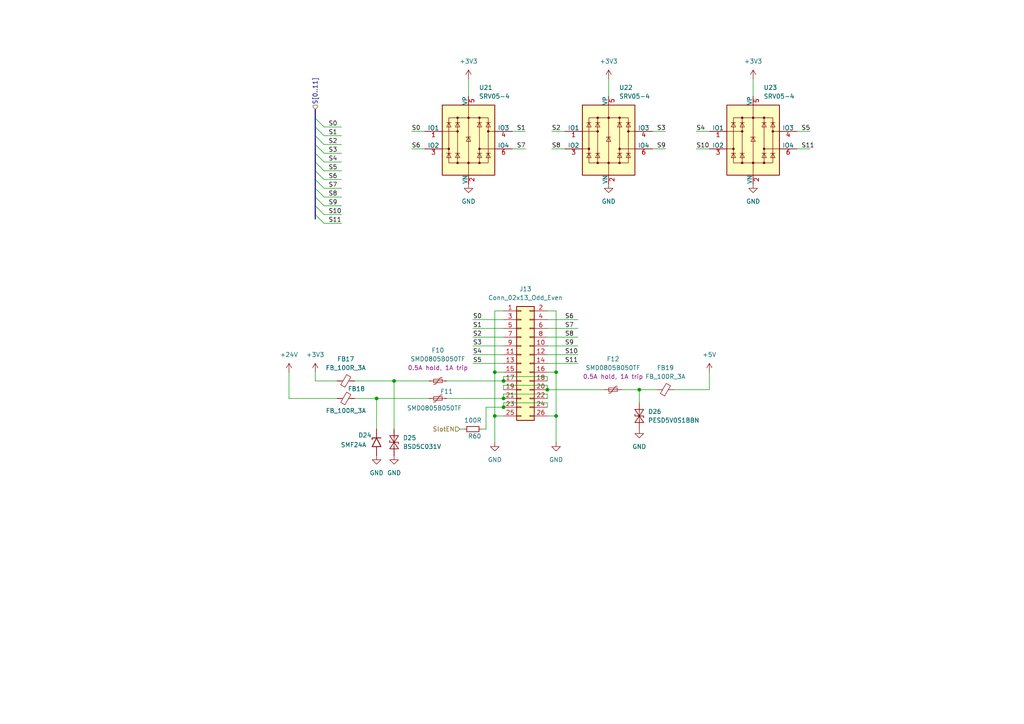
<source format=kicad_sch>
(kicad_sch (version 20231120) (generator "eeschema") (generator_version "8.0")
  (paper "A4")
  (title_block (title "${PROJECTNAME}") (date "2024-08-25") (rev "${VERSION}") (company "R. Veips"))
  (lib_symbols
    (symbol "Connector_Generic:Conn_02x13_Odd_Even" (pin_names (offset 1.016) hide)
      (property "Reference" "J" (at 1.27 17.78 0))
      (property "Value" "Conn_02x13_Odd_Even" (at 1.27 -17.78 0))
      (symbol "Conn_02x13_Odd_Even_1_1"
        (rectangle (start -1.27 -15.113) (end 0 -15.367) (stroke (width 0.1524)))
        (rectangle (start -1.27 -12.573) (end 0 -12.827) (stroke (width 0.1524)))
        (rectangle (start -1.27 -10.033) (end 0 -10.287) (stroke (width 0.1524)))
        (rectangle (start -1.27 -7.493) (end 0 -7.747) (stroke (width 0.1524)))
        (rectangle (start -1.27 -4.953) (end 0 -5.207) (stroke (width 0.1524)))
        (rectangle (start -1.27 -2.413) (end 0 -2.667) (stroke (width 0.1524)))
        (rectangle (start -1.27 0.127) (end 0 -0.127) (stroke (width 0.1524)))
        (rectangle (start -1.27 2.667) (end 0 2.413) (stroke (width 0.1524)))
        (rectangle (start -1.27 5.207) (end 0 4.953) (stroke (width 0.1524)))
        (rectangle (start -1.27 7.747) (end 0 7.493) (stroke (width 0.1524)))
        (rectangle (start -1.27 10.287) (end 0 10.033) (stroke (width 0.1524)))
        (rectangle (start -1.27 12.827) (end 0 12.573) (stroke (width 0.1524)))
        (rectangle (start -1.27 15.367) (end 0 15.113) (stroke (width 0.1524)))
        (rectangle (start -1.27 16.51) (end 3.81 -16.51) (stroke (width 0.254)) (fill (type background)))
        (rectangle (start 3.81 -15.113) (end 2.54 -15.367) (stroke (width 0.1524)))
        (rectangle (start 3.81 -12.573) (end 2.54 -12.827) (stroke (width 0.1524)))
        (rectangle (start 3.81 -10.033) (end 2.54 -10.287) (stroke (width 0.1524)))
        (rectangle (start 3.81 -7.493) (end 2.54 -7.747) (stroke (width 0.1524)))
        (rectangle (start 3.81 -4.953) (end 2.54 -5.207) (stroke (width 0.1524)))
        (rectangle (start 3.81 -2.413) (end 2.54 -2.667) (stroke (width 0.1524)))
        (rectangle (start 3.81 0.127) (end 2.54 -0.127) (stroke (width 0.1524)))
        (rectangle (start 3.81 2.667) (end 2.54 2.413) (stroke (width 0.1524)))
        (rectangle (start 3.81 5.207) (end 2.54 4.953) (stroke (width 0.1524)))
        (rectangle (start 3.81 7.747) (end 2.54 7.493) (stroke (width 0.1524)))
        (rectangle (start 3.81 10.287) (end 2.54 10.033) (stroke (width 0.1524)))
        (rectangle (start 3.81 12.827) (end 2.54 12.573) (stroke (width 0.1524)))
        (rectangle (start 3.81 15.367) (end 2.54 15.113) (stroke (width 0.1524)))
        (pin passive line (at -5.08 15.24 0) (length 3.81) (name "Pin_1") (number "1"))
        (pin passive line (at 7.62 5.08 180) (length 3.81) (name "Pin_10") (number "10"))
        (pin passive line (at -5.08 2.54 0) (length 3.81) (name "Pin_11") (number "11"))
        (pin passive line (at 7.62 2.54 180) (length 3.81) (name "Pin_12") (number "12"))
        (pin passive line (at -5.08 0 0) (length 3.81) (name "Pin_13") (number "13"))
        (pin passive line (at 7.62 0 180) (length 3.81) (name "Pin_14") (number "14"))
        (pin passive line (at -5.08 -2.54 0) (length 3.81) (name "Pin_15") (number "15"))
        (pin passive line (at 7.62 -2.54 180) (length 3.81) (name "Pin_16") (number "16"))
        (pin passive line (at -5.08 -5.08 0) (length 3.81) (name "Pin_17") (number "17"))
        (pin passive line (at 7.62 -5.08 180) (length 3.81) (name "Pin_18") (number "18"))
        (pin passive line (at -5.08 -7.62 0) (length 3.81) (name "Pin_19") (number "19"))
        (pin passive line (at 7.62 15.24 180) (length 3.81) (name "Pin_2") (number "2"))
        (pin passive line (at 7.62 -7.62 180) (length 3.81) (name "Pin_20") (number "20"))
        (pin passive line (at -5.08 -10.16 0) (length 3.81) (name "Pin_21") (number "21"))
        (pin passive line (at 7.62 -10.16 180) (length 3.81) (name "Pin_22") (number "22"))
        (pin passive line (at -5.08 -12.7 0) (length 3.81) (name "Pin_23") (number "23"))
        (pin passive line (at 7.62 -12.7 180) (length 3.81) (name "Pin_24") (number "24"))
        (pin passive line (at -5.08 -15.24 0) (length 3.81) (name "Pin_25") (number "25"))
        (pin passive line (at 7.62 -15.24 180) (length 3.81) (name "Pin_26") (number "26"))
        (pin passive line (at -5.08 12.7 0) (length 3.81) (name "Pin_3") (number "3"))
        (pin passive line (at 7.62 12.7 180) (length 3.81) (name "Pin_4") (number "4"))
        (pin passive line (at -5.08 10.16 0) (length 3.81) (name "Pin_5") (number "5"))
        (pin passive line (at 7.62 10.16 180) (length 3.81) (name "Pin_6") (number "6"))
        (pin passive line (at -5.08 7.62 0) (length 3.81) (name "Pin_7") (number "7"))
        (pin passive line (at 7.62 7.62 180) (length 3.81) (name "Pin_8") (number "8"))
        (pin passive line (at -5.08 5.08 0) (length 3.81) (name "Pin_9") (number "9"))
      )
    )
    (symbol "Device:R_Small" (pin_numbers hide) (pin_names (offset 0.254) hide)
      (property "Reference" "R" (at 0.762 0.508 0))
      (property "Value" "R_Small" (at 0.762 -1.016 0))
      (symbol "R_Small_0_1"
        (rectangle (start -0.762 1.778) (end 0.762 -1.778) (stroke (width 0.2032)))
      )
      (symbol "R_Small_1_1"
        (pin passive line (at 0 2.54 270) (length 0.762) (name "~") (number "1"))
        (pin passive line (at 0 -2.54 90) (length 0.762) (name "~") (number "2"))
      )
    )
    (symbol "hadv-passives:FB_100R_3A" (pin_numbers hide) (pin_names (offset 0))
      (property "Reference" "FB" (at 1.905 1.27 0))
      (property "Value" "FB_100R_3A" (at 1.905 -1.27 0))
      (symbol "FB_100R_3A_0_1"
        (polyline (pts (xy 0 -1.27) (xy 0 -0.7874)))
        (polyline (pts (xy 0 0.889) (xy 0 1.2954)))
        (polyline (pts (xy -1.8288 0.2794) (xy -1.1176 1.4986) (xy 1.8288 -0.2032) (xy 1.1176 -1.4224) (xy -1.8288 0.2794)))
      )
      (symbol "FB_100R_3A_1_1"
        (pin passive line (at 0 2.54 270) (length 1.27) (name "~") (number "1"))
        (pin passive line (at 0 -2.54 90) (length 1.27) (name "~") (number "2"))
      )
    )
    (symbol "hadv-protection:BSD5C031V" (pin_numbers hide) (pin_names (offset 1.016) hide)
      (property "Reference" "D" (at 0 2.54 0))
      (property "Value" "BSD5C031V" (at 0 -2.54 0))
      (symbol "BSD5C031V_0_1"
        (polyline (pts (xy 1.27 0) (xy -1.27 0)))
        (polyline (pts (xy -1.905 -1.27) (xy 0 0) (xy -1.905 1.27) (xy -1.905 -1.27)) (stroke (width 0.2032)))
        (polyline (pts (xy 0.508 1.27) (xy 0 1.27) (xy 0 -1.27) (xy -0.508 -1.27)) (stroke (width 0.2032)))
        (polyline (pts (xy 1.905 1.27) (xy 1.905 -1.27) (xy 0 0) (xy 1.905 1.27)) (stroke (width 0.2032)))
      )
      (symbol "BSD5C031V_1_1"
        (pin passive line (at -3.81 0 0) (length 2.54) (name "A1") (number "1"))
        (pin passive line (at 3.81 0 180) (length 2.54) (name "A2") (number "2"))
      )
    )
    (symbol "hadv-protection:PESD5V0S1BBN" (pin_numbers hide) (pin_names (offset 1.016) hide)
      (property "Reference" "D" (at 0 2.54 0))
      (property "Value" "PESD5V0S1BBN" (at 0 -2.54 0))
      (symbol "PESD5V0S1BBN_0_1"
        (polyline (pts (xy 1.27 0) (xy -1.27 0)))
        (polyline (pts (xy -1.905 -1.27) (xy 0 0) (xy -1.905 1.27) (xy -1.905 -1.27)) (stroke (width 0.2032)))
        (polyline (pts (xy 0.508 1.27) (xy 0 1.27) (xy 0 -1.27) (xy -0.508 -1.27)) (stroke (width 0.2032)))
        (polyline (pts (xy 1.905 1.27) (xy 1.905 -1.27) (xy 0 0) (xy 1.905 1.27)) (stroke (width 0.2032)))
      )
      (symbol "PESD5V0S1BBN_1_1"
        (pin passive line (at -3.81 0 0) (length 2.54) (name "A1") (number "1"))
        (pin passive line (at 3.81 0 180) (length 2.54) (name "A2") (number "2"))
      )
    )
    (symbol "hadv-protection:SMD0805B050TF" (pin_numbers hide) (pin_names (offset 0))
      (property "Reference" "F" (at -1.905 0 90))
      (property "Value" "SMD0805B050TF" (at 1.905 0 90))
      (property "Note" "0.5A hold, 1A trip" (at 11.176 -2.286 0))
      (symbol "SMD0805B050TF_0_1"
        (rectangle (start -0.508 1.27) (end 0.508 -1.27))
        (polyline (pts (xy 0 2.54) (xy 0 -2.54)))
        (polyline (pts (xy -1.016 1.27) (xy -1.016 0.762) (xy 1.016 -0.762) (xy 1.016 -1.27)))
      )
      (symbol "SMD0805B050TF_1_1"
        (pin passive line (at 0 2.54 270) (length 0.635) (name "~") (number "1"))
        (pin passive line (at 0 -2.54 90) (length 0.635) (name "~") (number "2"))
      )
    )
    (symbol "hadv-protection:SMF24A" (pin_numbers hide) (pin_names (offset 1.016) hide)
      (property "Reference" "D" (at 0 2.54 0))
      (property "Value" "SMF24A" (at 0 -2.54 0))
      (symbol "SMF24A_0_1"
        (polyline (pts (xy -0.762 1.27) (xy -1.27 1.27) (xy -1.27 -1.27)) (stroke (width 0.254)))
        (polyline (pts (xy 1.27 1.27) (xy 1.27 -1.27) (xy -1.27 0) (xy 1.27 1.27)) (stroke (width 0.254)))
      )
      (symbol "SMF24A_1_1"
        (pin passive line (at -3.81 0 0) (length 2.54) (name "A1") (number "1"))
        (pin passive line (at 3.81 0 180) (length 2.54) (name "A2") (number "2"))
      )
    )
    (symbol "hadv-protection:SRV05-4" (pin_names (offset 0))
      (property "Reference" "U" (at -5.08 11.43 0))
      (property "Value" "SRV05-4" (at 2.54 11.43 0))
      (symbol "SRV05-4_0_0"
        (rectangle (start -5.715 6.477) (end 5.715 -6.604))
        (polyline (pts (xy -3.175 -6.604) (xy -3.175 6.477)))
        (polyline (pts (xy 3.175 6.477) (xy 3.175 -6.604)))
      )
      (symbol "SRV05-4_0_1"
        (rectangle (start -7.62 10.16) (end 7.62 -10.16) (stroke (width 0.254)) (fill (type background)))
        (circle (center -5.715 -2.54) (radius 0.2794) (fill (type outline)))
        (circle (center -3.175 -6.604) (radius 0.2794) (fill (type outline)))
        (circle (center -3.175 2.54) (radius 0.2794) (fill (type outline)))
        (circle (center -3.175 6.477) (radius 0.2794) (fill (type outline)))
        (circle (center 0 -6.604) (radius 0.2794) (fill (type outline)))
        (polyline (pts (xy -7.747 2.54) (xy -3.175 2.54)))
        (polyline (pts (xy -7.62 -2.54) (xy -5.715 -2.54)))
        (polyline (pts (xy -5.08 -3.81) (xy -6.35 -3.81)))
        (polyline (pts (xy -5.08 5.08) (xy -6.35 5.08)))
        (polyline (pts (xy -2.54 -3.81) (xy -3.81 -3.81)))
        (polyline (pts (xy -2.54 5.08) (xy -3.81 5.08)))
        (polyline (pts (xy 0 10.16) (xy 0 -10.16)))
        (polyline (pts (xy 3.81 -3.81) (xy 2.54 -3.81)))
        (polyline (pts (xy 3.81 5.08) (xy 2.54 5.08)))
        (polyline (pts (xy 6.35 -3.81) (xy 5.08 -3.81)))
        (polyline (pts (xy 6.35 5.08) (xy 5.08 5.08)))
        (polyline (pts (xy 7.62 -2.54) (xy 3.175 -2.54)))
        (polyline (pts (xy 7.62 2.54) (xy 5.715 2.54)))
        (polyline (pts (xy 0.635 0.889) (xy -0.635 0.889) (xy -0.635 0.635)))
        (polyline (pts (xy -5.08 -5.08) (xy -6.35 -5.08) (xy -5.715 -3.81) (xy -5.08 -5.08)))
        (polyline (pts (xy -5.08 3.81) (xy -6.35 3.81) (xy -5.715 5.08) (xy -5.08 3.81)))
        (polyline (pts (xy -2.54 -5.08) (xy -3.81 -5.08) (xy -3.175 -3.81) (xy -2.54 -5.08)))
        (polyline (pts (xy -2.54 3.81) (xy -3.81 3.81) (xy -3.175 5.08) (xy -2.54 3.81)))
        (polyline (pts (xy 0.635 -0.381) (xy -0.635 -0.381) (xy 0 0.889) (xy 0.635 -0.381)))
        (polyline (pts (xy 3.81 -5.08) (xy 2.54 -5.08) (xy 3.175 -3.81) (xy 3.81 -5.08)))
        (polyline (pts (xy 3.81 3.81) (xy 2.54 3.81) (xy 3.175 5.08) (xy 3.81 3.81)))
        (polyline (pts (xy 6.35 -5.08) (xy 5.08 -5.08) (xy 5.715 -3.81) (xy 6.35 -5.08)))
        (polyline (pts (xy 6.35 3.81) (xy 5.08 3.81) (xy 5.715 5.08) (xy 6.35 3.81)))
        (circle (center 0 6.477) (radius 0.2794) (fill (type outline)))
        (circle (center 3.175 -6.604) (radius 0.2794) (fill (type outline)))
        (circle (center 3.175 -2.54) (radius 0.2794) (fill (type outline)))
        (circle (center 3.175 6.477) (radius 0.2794) (fill (type outline)))
        (circle (center 5.715 2.54) (radius 0.2794) (fill (type outline)))
      )
      (symbol "SRV05-4_1_1"
        (pin passive line (at -12.7 2.54 0) (length 5.08) (name "IO1") (number "1"))
        (pin passive line (at 0 -12.7 90) (length 2.54) (name "VN") (number "2"))
        (pin passive line (at -12.7 -2.54 0) (length 5.08) (name "IO2") (number "3"))
        (pin passive line (at 12.7 2.54 180) (length 5.08) (name "IO3") (number "4"))
        (pin passive line (at 0 12.7 270) (length 2.54) (name "VP") (number "5"))
        (pin passive line (at 12.7 -2.54 180) (length 5.08) (name "IO4") (number "6"))
      )
    )
    (symbol "power:+24V" (power) (pin_numbers hide) (pin_names (offset 0) hide)
      (property "Value" "+24V" (at 0 3.556 0))
      (symbol "+24V_0_1"
        (polyline (pts (xy -0.762 1.27) (xy 0 2.54)))
        (polyline (pts (xy 0 0) (xy 0 2.54)))
        (polyline (pts (xy 0 2.54) (xy 0.762 1.27)))
      )
      (symbol "+24V_1_1"
        (pin power_in line (at 0 0 90) (length 0) (name "~") (number "1"))
      )
    )
    (symbol "power:+3V3" (power) (pin_numbers hide) (pin_names (offset 0) hide)
      (property "Value" "+3V3" (at 0 3.556 0))
      (symbol "+3V3_0_1"
        (polyline (pts (xy -0.762 1.27) (xy 0 2.54)))
        (polyline (pts (xy 0 0) (xy 0 2.54)))
        (polyline (pts (xy 0 2.54) (xy 0.762 1.27)))
      )
      (symbol "+3V3_1_1"
        (pin power_in line (at 0 0 90) (length 0) (name "~") (number "1"))
      )
    )
    (symbol "power:+5V" (power) (pin_numbers hide) (pin_names (offset 0) hide)
      (property "Value" "+5V" (at 0 3.556 0))
      (symbol "+5V_0_1"
        (polyline (pts (xy -0.762 1.27) (xy 0 2.54)))
        (polyline (pts (xy 0 0) (xy 0 2.54)))
        (polyline (pts (xy 0 2.54) (xy 0.762 1.27)))
      )
      (symbol "+5V_1_1"
        (pin power_in line (at 0 0 90) (length 0) (name "~") (number "1"))
      )
    )
    (symbol "power:GND" (power) (pin_numbers hide) (pin_names (offset 0) hide)
      (property "Value" "GND" (at 0 -3.81 0))
      (symbol "GND_0_1"
        (polyline (pts (xy 0 0) (xy 0 -1.27) (xy 1.27 -1.27) (xy 0 -2.54) (xy -1.27 -1.27) (xy 0 -1.27)))
      )
      (symbol "GND_1_1"
        (pin power_in line (at 0 0 270) (length 0) (name "~") (number "1"))
      )
    )
  )
  (junction (at 146.05 118.11))
  (junction (at 185.42 113.03))
  (junction (at 146.05 110.49))
  (junction (at 161.29 107.95))
  (junction (at 158.75 113.03))
  (junction (at 146.05 115.57))
  (junction (at 143.51 120.65))
  (junction (at 109.22 115.57))
  (junction (at 114.3 110.49))
  (junction (at 143.51 107.95))
  (junction (at 161.29 120.65))
  (bus_entry (at 91.44 52.07) (size 2.54 2.54))
  (bus_entry (at 91.44 46.99) (size 2.54 2.54))
  (bus_entry (at 91.44 41.91) (size 2.54 2.54))
  (bus_entry (at 91.44 36.83) (size 2.54 2.54))
  (bus_entry (at 91.44 57.15) (size 2.54 2.54))
  (bus_entry (at 91.44 49.53) (size 2.54 2.54))
  (bus_entry (at 91.44 44.45) (size 2.54 2.54))
  (bus_entry (at 91.44 59.69) (size 2.54 2.54))
  (bus_entry (at 91.44 39.37) (size 2.54 2.54))
  (bus_entry (at 91.44 54.61) (size 2.54 2.54))
  (bus_entry (at 91.44 62.23) (size 2.54 2.54))
  (bus_entry (at 91.44 34.29) (size 2.54 2.54))
  (wire (pts (xy 102.87 115.57) (xy 109.22 115.57)))
  (wire (pts (xy 161.29 90.17) (xy 158.75 90.17)))
  (wire (pts (xy 231.14 43.18) (xy 234.95 43.18)))
  (wire (pts (xy 109.22 115.57) (xy 109.22 124.46)))
  (wire (pts (xy 158.75 114.3) (xy 146.05 114.3)))
  (wire (pts (xy 93.98 54.61) (xy 99.06 54.61)))
  (wire (pts (xy 205.74 107.95) (xy 205.74 113.03)))
  (bus (pts (xy 91.44 34.29) (xy 91.44 36.83)))
  (wire (pts (xy 93.98 41.91) (xy 99.06 41.91)))
  (wire (pts (xy 93.98 62.23) (xy 99.06 62.23)))
  (wire (pts (xy 143.51 107.95) (xy 146.05 107.95)))
  (wire (pts (xy 93.98 49.53) (xy 99.06 49.53)))
  (wire (pts (xy 114.3 110.49) (xy 124.46 110.49)))
  (wire (pts (xy 158.75 118.11) (xy 158.75 116.84)))
  (wire (pts (xy 185.42 113.03) (xy 185.42 116.84)))
  (bus (pts (xy 91.44 54.61) (xy 91.44 57.15)))
  (wire (pts (xy 158.75 113.03) (xy 175.26 113.03)))
  (wire (pts (xy 139.7 124.46) (xy 140.97 124.46)))
  (wire (pts (xy 158.75 100.33) (xy 167.64 100.33)))
  (wire (pts (xy 146.05 109.22) (xy 158.75 109.22)))
  (wire (pts (xy 102.87 110.49) (xy 114.3 110.49)))
  (wire (pts (xy 185.42 113.03) (xy 180.34 113.03)))
  (wire (pts (xy 146.05 116.84) (xy 146.05 118.11)))
  (wire (pts (xy 158.75 107.95) (xy 161.29 107.95)))
  (bus (pts (xy 91.44 41.91) (xy 91.44 44.45)))
  (wire (pts (xy 143.51 107.95) (xy 143.51 120.65)))
  (wire (pts (xy 109.22 115.57) (xy 124.46 115.57)))
  (wire (pts (xy 160.02 43.18) (xy 163.83 43.18)))
  (wire (pts (xy 143.51 90.17) (xy 146.05 90.17)))
  (wire (pts (xy 137.16 105.41) (xy 146.05 105.41)))
  (bus (pts (xy 91.44 62.23) (xy 91.44 63.5)))
  (wire (pts (xy 137.16 100.33) (xy 146.05 100.33)))
  (wire (pts (xy 129.54 110.49) (xy 146.05 110.49)))
  (wire (pts (xy 83.82 107.95) (xy 83.82 115.57)))
  (wire (pts (xy 137.16 102.87) (xy 146.05 102.87)))
  (wire (pts (xy 93.98 64.77) (xy 99.06 64.77)))
  (wire (pts (xy 140.97 118.11) (xy 140.97 124.46)))
  (wire (pts (xy 93.98 36.83) (xy 99.06 36.83)))
  (wire (pts (xy 148.59 38.1) (xy 152.4 38.1)))
  (wire (pts (xy 137.16 92.71) (xy 146.05 92.71)))
  (wire (pts (xy 158.75 102.87) (xy 167.64 102.87)))
  (wire (pts (xy 201.93 43.18) (xy 205.74 43.18)))
  (bus (pts (xy 91.44 57.15) (xy 91.44 59.69)))
  (bus (pts (xy 91.44 46.99) (xy 91.44 49.53)))
  (wire (pts (xy 158.75 97.79) (xy 167.64 97.79)))
  (wire (pts (xy 119.38 38.1) (xy 123.19 38.1)))
  (wire (pts (xy 158.75 95.25) (xy 167.64 95.25)))
  (wire (pts (xy 158.75 113.03) (xy 158.75 111.76)))
  (wire (pts (xy 133.35 124.46) (xy 134.62 124.46)))
  (wire (pts (xy 143.51 120.65) (xy 146.05 120.65)))
  (wire (pts (xy 146.05 109.22) (xy 146.05 110.49)))
  (wire (pts (xy 189.23 43.18) (xy 193.04 43.18)))
  (wire (pts (xy 143.51 120.65) (xy 143.51 128.27)))
  (wire (pts (xy 189.23 38.1) (xy 193.04 38.1)))
  (wire (pts (xy 137.16 97.79) (xy 146.05 97.79)))
  (bus (pts (xy 91.44 49.53) (xy 91.44 52.07)))
  (wire (pts (xy 201.93 38.1) (xy 205.74 38.1)))
  (wire (pts (xy 146.05 111.76) (xy 146.05 113.03)))
  (wire (pts (xy 93.98 39.37) (xy 99.06 39.37)))
  (bus (pts (xy 91.44 39.37) (xy 91.44 41.91)))
  (wire (pts (xy 218.44 22.86) (xy 218.44 27.94)))
  (wire (pts (xy 97.79 110.49) (xy 91.44 110.49)))
  (wire (pts (xy 146.05 114.3) (xy 146.05 115.57)))
  (wire (pts (xy 161.29 90.17) (xy 161.29 107.95)))
  (wire (pts (xy 135.89 22.86) (xy 135.89 27.94)))
  (bus (pts (xy 91.44 44.45) (xy 91.44 46.99)))
  (wire (pts (xy 91.44 107.95) (xy 91.44 110.49)))
  (wire (pts (xy 93.98 52.07) (xy 99.06 52.07)))
  (wire (pts (xy 158.75 105.41) (xy 167.64 105.41)))
  (wire (pts (xy 195.58 113.03) (xy 205.74 113.03)))
  (wire (pts (xy 83.82 115.57) (xy 97.79 115.57)))
  (wire (pts (xy 161.29 120.65) (xy 161.29 128.27)))
  (bus (pts (xy 91.44 59.69) (xy 91.44 62.23)))
  (wire (pts (xy 160.02 38.1) (xy 163.83 38.1)))
  (wire (pts (xy 114.3 110.49) (xy 114.3 124.46)))
  (bus (pts (xy 91.44 52.07) (xy 91.44 54.61)))
  (wire (pts (xy 148.59 43.18) (xy 152.4 43.18)))
  (wire (pts (xy 93.98 57.15) (xy 99.06 57.15)))
  (wire (pts (xy 119.38 43.18) (xy 123.19 43.18)))
  (wire (pts (xy 93.98 46.99) (xy 99.06 46.99)))
  (wire (pts (xy 231.14 38.1) (xy 234.95 38.1)))
  (wire (pts (xy 146.05 118.11) (xy 140.97 118.11)))
  (wire (pts (xy 129.54 115.57) (xy 146.05 115.57)))
  (wire (pts (xy 158.75 109.22) (xy 158.75 110.49)))
  (wire (pts (xy 137.16 95.25) (xy 146.05 95.25)))
  (wire (pts (xy 158.75 115.57) (xy 158.75 114.3)))
  (bus (pts (xy 91.44 36.83) (xy 91.44 39.37)))
  (wire (pts (xy 176.53 22.86) (xy 176.53 27.94)))
  (wire (pts (xy 190.5 113.03) (xy 185.42 113.03)))
  (wire (pts (xy 158.75 120.65) (xy 161.29 120.65)))
  (bus (pts (xy 91.44 31.75) (xy 91.44 34.29)))
  (wire (pts (xy 93.98 44.45) (xy 99.06 44.45)))
  (wire (pts (xy 161.29 107.95) (xy 161.29 120.65)))
  (wire (pts (xy 158.75 111.76) (xy 146.05 111.76)))
  (wire (pts (xy 158.75 92.71) (xy 167.64 92.71)))
  (wire (pts (xy 158.75 116.84) (xy 146.05 116.84)))
  (wire (pts (xy 93.98 59.69) (xy 99.06 59.69)))
  (wire (pts (xy 143.51 90.17) (xy 143.51 107.95)))
  (label "S7" (at 149.86 43.18 0))
  (label "S5" (at 137.16 105.41 0))
  (label "S6" (at 119.38 43.18 0))
  (label "S3" (at 95.25 44.45 0))
  (label "S4" (at 137.16 102.87 0))
  (label "S4" (at 201.93 38.1 0))
  (label "S10" (at 95.25 62.23 0))
  (label "S1" (at 95.25 39.37 0))
  (label "S11" (at 163.83 105.41 0))
  (label "S0" (at 137.16 92.71 0))
  (label "S1" (at 137.16 95.25 0))
  (label "S8" (at 95.25 57.15 0))
  (label "S11" (at 232.41 43.18 0))
  (label "S6" (at 163.83 92.71 0))
  (label "S2" (at 160.02 38.1 0))
  (label "S8" (at 163.83 97.79 0))
  (label "S10" (at 163.83 102.87 0))
  (label "S2" (at 95.25 41.91 0))
  (label "S7" (at 95.25 54.61 0))
  (label "S3" (at 137.16 100.33 0))
  (label "S0" (at 119.38 38.1 0))
  (label "S5" (at 232.41 38.1 0))
  (label "S10" (at 201.93 43.18 0))
  (label "S6" (at 95.25 52.07 0))
  (label "S9" (at 190.5 43.18 0))
  (label "S4" (at 95.25 46.99 0))
  (label "S1" (at 149.86 38.1 0))
  (label "S11" (at 95.25 64.77 0))
  (label "S9" (at 95.25 59.69 0))
  (label "S2" (at 137.16 97.79 0))
  (label "S9" (at 163.83 100.33 0))
  (label "S0" (at 95.25 36.83 0))
  (label "S3" (at 190.5 38.1 0))
  (label "S8" (at 160.02 43.18 0))
  (label "S7" (at 163.83 95.25 0))
  (label "S5" (at 95.25 49.53 0))
  (hierarchical_label "SlotEN" (shape input) (at 133.35 124.46 180))
  (hierarchical_label "S[0..11]" (shape input) (at 91.44 31.75 90))
  (symbol (lib_id "power:GND") (at 161.29 128.27 0) (unit 1)
    (property "Reference" "#PWR0181" (effects (hide yes)))
    (property "Value" "GND" (at 161.29 133.35 0))
    (property "Description" "Power symbol creates a global label with name \"GND\" , ground" (effects (hide yes)))
    (instances (project "rioctrl-controller" (path "" (reference "#PWR0181") (unit 1)) (path "" (reference "#PWR0209") (unit 1)) (path "" (reference "#PWR0115") (unit 1)) (path "" (reference "#PWR0153") (unit 1)) (path "" (reference "#PWR0167") (unit 1)) (path "" (reference "#PWR0195") (unit 1))))
  )
  (symbol (lib_id "power:+3V3") (at 91.44 107.95 0) (unit 1)
    (property "Reference" "#PWR0175" (effects (hide yes)))
    (property "Value" "+3V3" (at 91.44 102.87 0))
    (property "Description" "Power symbol creates a global label with name \"+3V3\"" (effects (hide yes)))
    (instances (project "rioctrl-controller" (path "" (reference "#PWR0175") (unit 1)) (path "" (reference "#PWR0203") (unit 1)) (path "" (reference "#PWR0111") (unit 1)) (path "" (reference "#PWR0147") (unit 1)) (path "" (reference "#PWR0161") (unit 1)) (path "" (reference "#PWR0189") (unit 1))))
  )
  (symbol (lib_id "power:+3V3") (at 218.44 22.86 0) (unit 1)
    (property "Reference" "#PWR0186" (effects (hide yes)))
    (property "Value" "+3V3" (at 218.44 17.78 0))
    (property "Description" "Power symbol creates a global label with name \"+3V3\"" (effects (hide yes)))
    (instances (project "rioctrl-controller" (path "" (reference "#PWR0186") (unit 1)) (path "" (reference "#PWR0214") (unit 1)) (path "" (reference "#PWR0135") (unit 1)) (path "" (reference "#PWR0158") (unit 1)) (path "" (reference "#PWR0172") (unit 1)) (path "" (reference "#PWR0200") (unit 1))))
  )
  (symbol (lib_id "Device:R_Small") (at 137.16 124.46 90) (unit 1)
    (property "Reference" "R60" (at 137.668 126.492 90))
    (property "Value" "100R" (at 137.16 121.92 90))
    (property "Footprint" "Resistor_SMD:R_0603_1608Metric" (effects (hide yes)))
    (property "Description" "Resistor, small symbol" (effects (hide yes)))
    (property "LCSC#" "C105588" (effects (hide yes)))
    (instances (project "rioctrl-controller" (path "" (reference "R60") (unit 1)) (path "" (reference "R62") (unit 1)) (path "" (reference "R53") (unit 1)) (path "" (reference "R58") (unit 1)) (path "" (reference "R59") (unit 1)) (path "" (reference "R61") (unit 1))))
  )
  (symbol (lib_id "hadv-passives:FB_100R_3A") (at 100.33 110.49 90) (unit 1)
    (property "Reference" "FB17" (at 100.2919 104.14 90))
    (property "Value" "FB_100R_3A" (at 100.2919 106.68 90))
    (property "Footprint" "Inductor_SMD:L_0603_1608Metric" (effects (hide yes)))
    (property "Description" "Ferrite bead, small symbol" (effects (hide yes)))
    (property "MPN" "UPZ1608E101-3R0TF" (effects (hide yes)))
    (property "Manufacturer" "Sunlord" (effects (hide yes)))
    (property "LCSC#" "C96995" (effects (hide yes)))
    (instances (project "rioctrl-controller" (path "" (reference "FB17") (unit 1)) (path "" (reference "FB23") (unit 1)) (path "" (reference "FB8") (unit 1)) (path "" (reference "FB11") (unit 1)) (path "" (reference "FB14") (unit 1)) (path "" (reference "FB20") (unit 1))))
  )
  (symbol (lib_id "hadv-protection:SRV05-4") (at 176.53 40.64 0) (unit 1)
    (property "Reference" "U22" (at 179.5465 25.4 0) (effects (justify left)))
    (property "Value" "SRV05-4" (at 179.5465 27.94 0) (effects (justify left)))
    (property "Footprint" "Package_TO_SOT_SMD:SOT-23-6" (effects (hide yes)))
    (property "Datasheet" "https://www.lcsc.com/datasheet/lcsc_datasheet_2311091738_UMW-Youtai-Semiconductor-Co---Ltd--SRV05-4-TCT_C2687126.pdf" (effects (hide yes)))
    (property "Description" "ESD Protection Diodes with Low Clamping Voltage, SOT-23-6" (effects (hide yes)))
    (property "MPN" "SRV05-4.TCT" (effects (hide yes)))
    (property "Manufacturer" "UMW(Youtai Semiconductor Co., Ltd.)" (effects (hide yes)))
    (property "LCSC#" "C2687126" (effects (hide yes)))
    (instances (project "rioctrl-controller" (path "" (reference "U22") (unit 1)) (path "" (reference "U28") (unit 1)) (path "" (reference "U12") (unit 1)) (path "" (reference "U16") (unit 1)) (path "" (reference "U19") (unit 1)) (path "" (reference "U25") (unit 1))))
  )
  (symbol (lib_id "hadv-protection:SMD0805B050TF") (at 127 115.57 90) (unit 1)
    (property "Reference" "F11" (at 129.54 113.538 90))
    (property "Value" "SMD0805B050TF" (at 125.984 118.364 90))
    (property "Footprint" "Fuse:Fuse_0805_2012Metric" (effects (hide yes)))
    (property "Description" "Resettable polyfuse PTC 6V 0.5A" (effects (hide yes)))
    (property "MPN" "SMD0805B050TF" (effects (hide yes)))
    (property "Manufacturer" "Yageo" (effects (hide yes)))
    (property "LCSC#" "C269104" (effects (hide yes)))
    (property "Note" "0.5A hold, 1A trip" (effects (hide yes)))
    (instances (project "rioctrl-controller" (path "" (reference "F11") (unit 1)) (path "" (reference "F17") (unit 1)) (path "" (reference "F2") (unit 1)) (path "" (reference "F5") (unit 1)) (path "" (reference "F8") (unit 1)) (path "" (reference "F14") (unit 1))))
  )
  (symbol (lib_id "power:+24V") (at 83.82 107.95 0) (unit 1)
    (property "Reference" "#PWR0174" (effects (hide yes)))
    (property "Value" "+24V" (at 83.82 102.87 0))
    (property "Description" "Power symbol creates a global label with name \"+24V\"" (effects (hide yes)))
    (instances (project "rioctrl-controller" (path "" (reference "#PWR0174") (unit 1)) (path "" (reference "#PWR0202") (unit 1)) (path "" (reference "#PWR0110") (unit 1)) (path "" (reference "#PWR0146") (unit 1)) (path "" (reference "#PWR0160") (unit 1)) (path "" (reference "#PWR0188") (unit 1))))
  )
  (symbol (lib_id "hadv-passives:FB_100R_3A") (at 100.33 115.57 90) (unit 1)
    (property "Reference" "FB18" (at 103.378 112.776 90))
    (property "Value" "FB_100R_3A" (at 100.33 119.126 90))
    (property "Footprint" "Inductor_SMD:L_0603_1608Metric" (effects (hide yes)))
    (property "Description" "Ferrite bead, small symbol" (effects (hide yes)))
    (property "MPN" "UPZ1608E101-3R0TF" (effects (hide yes)))
    (property "Manufacturer" "Sunlord" (effects (hide yes)))
    (property "LCSC#" "C96995" (effects (hide yes)))
    (instances (project "rioctrl-controller" (path "" (reference "FB18") (unit 1)) (path "" (reference "FB24") (unit 1)) (path "" (reference "FB9") (unit 1)) (path "" (reference "FB12") (unit 1)) (path "" (reference "FB15") (unit 1)) (path "" (reference "FB21") (unit 1))))
  )
  (symbol (lib_id "hadv-protection:SMD0805B050TF") (at 177.8 113.03 90) (unit 1)
    (property "Reference" "F12" (at 177.8 104.14 90))
    (property "Value" "SMD0805B050TF" (at 177.8 106.68 90))
    (property "Footprint" "Fuse:Fuse_0805_2012Metric" (effects (hide yes)))
    (property "Description" "Resettable polyfuse PTC 6V 0.5A" (effects (hide yes)))
    (property "MPN" "SMD0805B050TF" (effects (hide yes)))
    (property "Manufacturer" "Yageo" (effects (hide yes)))
    (property "LCSC#" "C269104" (effects (hide yes)))
    (property "Note" "0.5A hold, 1A trip" (at 177.8 109.22 90))
    (instances (project "rioctrl-controller" (path "" (reference "F12") (unit 1)) (path "" (reference "F18") (unit 1)) (path "" (reference "F3") (unit 1)) (path "" (reference "F6") (unit 1)) (path "" (reference "F9") (unit 1)) (path "" (reference "F15") (unit 1))))
  )
  (symbol (lib_id "power:GND") (at 135.89 53.34 0) (unit 1)
    (property "Reference" "#PWR0179" (effects (hide yes)))
    (property "Value" "GND" (at 135.89 58.42 0))
    (property "Description" "Power symbol creates a global label with name \"GND\" , ground" (effects (hide yes)))
    (instances (project "rioctrl-controller" (path "" (reference "#PWR0179") (unit 1)) (path "" (reference "#PWR0207") (unit 1)) (path "" (reference "#PWR0132") (unit 1)) (path "" (reference "#PWR0151") (unit 1)) (path "" (reference "#PWR0165") (unit 1)) (path "" (reference "#PWR0193") (unit 1))))
  )
  (symbol (lib_id "power:GND") (at 114.3 132.08 0) (unit 1)
    (property "Reference" "#PWR0177" (effects (hide yes)))
    (property "Value" "GND" (at 114.3 137.16 0))
    (property "Description" "Power symbol creates a global label with name \"GND\" , ground" (effects (hide yes)))
    (instances (project "rioctrl-controller" (path "" (reference "#PWR0177") (unit 1)) (path "" (reference "#PWR0205") (unit 1)) (path "" (reference "#PWR0113") (unit 1)) (path "" (reference "#PWR0149") (unit 1)) (path "" (reference "#PWR0163") (unit 1)) (path "" (reference "#PWR0191") (unit 1))))
  )
  (symbol (lib_id "Connector_Generic:Conn_02x13_Odd_Even") (at 151.13 105.41 0) (unit 1)
    (property "Reference" "J13" (at 152.4 83.82 0))
    (property "Value" "Conn_02x13_Odd_Even" (at 152.4 86.36 0))
    (property "Footprint" "Connector_PinSocket_2.54mm:PinSocket_2x13_P2.54mm_Vertical_SMD" (effects (hide yes)))
    (property "Description" "Generic connector, double row, 02x13, odd/even pin numbering scheme (row 1 odd numbers, row 2 even numbers), script generated (kicad-library-utils/schlib/autogen/connector/)" (effects (hide yes)))
    (property "LCSC#" "C3975158" (effects (hide yes)))
    (instances (project "rioctrl-controller" (path "" (reference "J13") (unit 1)) (path "" (reference "J15") (unit 1)) (path "" (reference "J9") (unit 1)) (path "" (reference "J11") (unit 1)) (path "" (reference "J12") (unit 1)) (path "" (reference "J14") (unit 1))))
  )
  (symbol (lib_id "hadv-protection:BSD5C031V") (at 114.3 128.27 90) (unit 1)
    (property "Reference" "D25" (at 116.84 126.9999 90) (effects (justify right)))
    (property "Value" "BSD5C031V" (at 116.84 129.5399 90) (effects (justify right)))
    (property "Footprint" "Diode_SMD:D_SOD-523" (effects (hide yes)))
    (property "Datasheet" "https://datasheet.lcsc.com/lcsc/1912111437_BORN-BSD5C031V_C151984.pdf" (effects (hide yes)))
    (property "Description" "ESD protection diode, 3.3.0Vrwm, SOD-523, 15pF" (effects (hide yes)))
    (property "MPN" "BSD5C031V" (effects (hide yes)))
    (property "Manufacturer" "BORN" (effects (hide yes)))
    (property "LCSC#" "C151984" (effects (hide yes)))
    (instances (project "rioctrl-controller" (path "" (reference "D25") (unit 1)) (path "" (reference "D31") (unit 1)) (path "" (reference "D14") (unit 1)) (path "" (reference "D19") (unit 1)) (path "" (reference "D22") (unit 1)) (path "" (reference "D28") (unit 1))))
  )
  (symbol (lib_id "power:+3V3") (at 176.53 22.86 0) (unit 1)
    (property "Reference" "#PWR0182" (effects (hide yes)))
    (property "Value" "+3V3" (at 176.53 17.78 0))
    (property "Description" "Power symbol creates a global label with name \"+3V3\"" (effects (hide yes)))
    (instances (project "rioctrl-controller" (path "" (reference "#PWR0182") (unit 1)) (path "" (reference "#PWR0210") (unit 1)) (path "" (reference "#PWR0133") (unit 1)) (path "" (reference "#PWR0154") (unit 1)) (path "" (reference "#PWR0168") (unit 1)) (path "" (reference "#PWR0196") (unit 1))))
  )
  (symbol (lib_id "power:GND") (at 185.42 124.46 0) (unit 1)
    (property "Reference" "#PWR0184" (effects (hide yes)))
    (property "Value" "GND" (at 185.42 129.54 0))
    (property "Description" "Power symbol creates a global label with name \"GND\" , ground" (effects (hide yes)))
    (instances (project "rioctrl-controller" (path "" (reference "#PWR0184") (unit 1)) (path "" (reference "#PWR0212") (unit 1)) (path "" (reference "#PWR0129") (unit 1)) (path "" (reference "#PWR0156") (unit 1)) (path "" (reference "#PWR0170") (unit 1)) (path "" (reference "#PWR0198") (unit 1))))
  )
  (symbol (lib_id "hadv-protection:SRV05-4") (at 218.44 40.64 0) (unit 1)
    (property "Reference" "U23" (at 221.4565 25.4 0) (effects (justify left)))
    (property "Value" "SRV05-4" (at 221.4565 27.94 0) (effects (justify left)))
    (property "Footprint" "Package_TO_SOT_SMD:SOT-23-6" (effects (hide yes)))
    (property "Datasheet" "https://www.lcsc.com/datasheet/lcsc_datasheet_2311091738_UMW-Youtai-Semiconductor-Co---Ltd--SRV05-4-TCT_C2687126.pdf" (effects (hide yes)))
    (property "Description" "ESD Protection Diodes with Low Clamping Voltage, SOT-23-6" (effects (hide yes)))
    (property "MPN" "SRV05-4.TCT" (effects (hide yes)))
    (property "Manufacturer" "UMW(Youtai Semiconductor Co., Ltd.)" (effects (hide yes)))
    (property "LCSC#" "C2687126" (effects (hide yes)))
    (instances (project "rioctrl-controller" (path "" (reference "U23") (unit 1)) (path "" (reference "U29") (unit 1)) (path "" (reference "U13") (unit 1)) (path "" (reference "U17") (unit 1)) (path "" (reference "U20") (unit 1)) (path "" (reference "U26") (unit 1))))
  )
  (symbol (lib_id "hadv-protection:SRV05-4") (at 135.89 40.64 0) (unit 1)
    (property "Reference" "U21" (at 138.9065 25.4 0) (effects (justify left)))
    (property "Value" "SRV05-4" (at 138.9065 27.94 0) (effects (justify left)))
    (property "Footprint" "Package_TO_SOT_SMD:SOT-23-6" (effects (hide yes)))
    (property "Datasheet" "https://www.lcsc.com/datasheet/lcsc_datasheet_2311091738_UMW-Youtai-Semiconductor-Co---Ltd--SRV05-4-TCT_C2687126.pdf" (effects (hide yes)))
    (property "Description" "ESD Protection Diodes with Low Clamping Voltage, SOT-23-6" (effects (hide yes)))
    (property "MPN" "SRV05-4.TCT" (effects (hide yes)))
    (property "Manufacturer" "UMW(Youtai Semiconductor Co., Ltd.)" (effects (hide yes)))
    (property "LCSC#" "C2687126" (effects (hide yes)))
    (instances (project "rioctrl-controller" (path "" (reference "U21") (unit 1)) (path "" (reference "U11") (unit 1)) (path "" (reference "U27") (unit 1)) (path "" (reference "U15") (unit 1)) (path "" (reference "U18") (unit 1)) (path "" (reference "U24") (unit 1))))
  )
  (symbol (lib_id "hadv-protection:PESD5V0S1BBN") (at 185.42 120.65 270) (unit 1)
    (property "Reference" "D26" (at 187.96 119.3799 90) (effects (justify left)))
    (property "Value" "PESD5V0S1BBN" (at 187.96 121.9199 90) (effects (justify left)))
    (property "Footprint" "Diode_SMD:D_SOD-523" (effects (hide yes)))
    (property "Datasheet" "https://datasheet.lcsc.com/lcsc/1912111437_BORN-PESD5V0S1BBN_C314264.pdf" (effects (hide yes)))
    (property "Description" "ESD protection diode, 5Vrwm, SOD-523, 10pF" (effects (hide yes)))
    (property "MPN" "PESD5V0S1BBN" (effects (hide yes)))
    (property "Manufacturer" "BORN" (effects (hide yes)))
    (property "LCSC#" "C314264" (effects (hide yes)))
    (instances (project "rioctrl-controller" (path "" (reference "D26") (unit 1)) (path "" (reference "D32") (unit 1)) (path "" (reference "D15") (unit 1)) (path "" (reference "D20") (unit 1)) (path "" (reference "D23") (unit 1)) (path "" (reference "D29") (unit 1))))
  )
  (symbol (lib_id "power:GND") (at 143.51 128.27 0) (unit 1)
    (property "Reference" "#PWR0180" (effects (hide yes)))
    (property "Value" "GND" (at 143.51 133.35 0))
    (property "Description" "Power symbol creates a global label with name \"GND\" , ground" (effects (hide yes)))
    (instances (project "rioctrl-controller" (path "" (reference "#PWR0180") (unit 1)) (path "" (reference "#PWR0208") (unit 1)) (path "" (reference "#PWR0114") (unit 1)) (path "" (reference "#PWR0152") (unit 1)) (path "" (reference "#PWR0166") (unit 1)) (path "" (reference "#PWR0194") (unit 1))))
  )
  (symbol (lib_id "power:+5V") (at 205.74 107.95 0) (unit 1)
    (property "Reference" "#PWR0185" (effects (hide yes)))
    (property "Value" "+5V" (at 205.74 102.87 0))
    (property "Description" "Power symbol creates a global label with name \"+5V\"" (effects (hide yes)))
    (instances (project "rioctrl-controller" (path "" (reference "#PWR0185") (unit 1)) (path "" (reference "#PWR0213") (unit 1)) (path "" (reference "#PWR0130") (unit 1)) (path "" (reference "#PWR0157") (unit 1)) (path "" (reference "#PWR0171") (unit 1)) (path "" (reference "#PWR0199") (unit 1))))
  )
  (symbol (lib_id "power:GND") (at 109.22 132.08 0) (unit 1)
    (property "Reference" "#PWR0176" (effects (hide yes)))
    (property "Value" "GND" (at 109.22 137.16 0))
    (property "Description" "Power symbol creates a global label with name \"GND\" , ground" (effects (hide yes)))
    (instances (project "rioctrl-controller" (path "" (reference "#PWR0176") (unit 1)) (path "" (reference "#PWR0204") (unit 1)) (path "" (reference "#PWR0112") (unit 1)) (path "" (reference "#PWR0148") (unit 1)) (path "" (reference "#PWR0162") (unit 1)) (path "" (reference "#PWR0190") (unit 1))))
  )
  (symbol (lib_id "hadv-protection:SMD0805B050TF") (at 127 110.49 90) (unit 1)
    (property "Reference" "F10" (at 127 101.6 90))
    (property "Value" "SMD0805B050TF" (at 127 104.14 90))
    (property "Footprint" "Fuse:Fuse_0805_2012Metric" (effects (hide yes)))
    (property "Description" "Resettable polyfuse PTC 6V 0.5A" (effects (hide yes)))
    (property "MPN" "SMD0805B050TF" (effects (hide yes)))
    (property "Manufacturer" "Yageo" (effects (hide yes)))
    (property "LCSC#" "C269104" (effects (hide yes)))
    (property "Note" "0.5A hold, 1A trip" (at 127 106.68 90))
    (instances (project "rioctrl-controller" (path "" (reference "F10") (unit 1)) (path "" (reference "F16") (unit 1)) (path "" (reference "F1") (unit 1)) (path "" (reference "F4") (unit 1)) (path "" (reference "F7") (unit 1)) (path "" (reference "F13") (unit 1))))
  )
  (symbol (lib_id "hadv-protection:SMF24A") (at 109.22 128.27 90) (mirror x) (unit 1)
    (property "Reference" "D24" (at 103.886 126.238 90) (effects (justify right)))
    (property "Value" "SMF24A" (at 98.806 129.032 90) (effects (justify right)))
    (property "Footprint" "Diode_SMD:D_SOD-123F" (effects (hide yes)))
    (property "Datasheet" "https://datasheet.lcsc.com/lcsc/2304140030_Shandong-Jingdao-Microelectronics-SMF24A_C169430.pdf" (effects (hide yes)))
    (property "Description" "200W unidirectional Transil Transient Voltage Suppressor, 24V" (effects (hide yes)))
    (property "MPN" "SMF24A" (effects (hide yes)))
    (property "LCSC#" "C169430" (effects (hide yes)))
    (property "Manufacturer" "Shandong Jingdao Microelectronics" (effects (hide yes)))
    (instances (project "rioctrl-controller" (path "" (reference "D24") (unit 1)) (path "" (reference "D30") (unit 1)) (path "" (reference "D13") (unit 1)) (path "" (reference "D18") (unit 1)) (path "" (reference "D21") (unit 1)) (path "" (reference "D27") (unit 1))))
  )
  (symbol (lib_id "power:GND") (at 218.44 53.34 0) (unit 1)
    (property "Reference" "#PWR0187" (effects (hide yes)))
    (property "Value" "GND" (at 218.44 58.42 0))
    (property "Description" "Power symbol creates a global label with name \"GND\" , ground" (effects (hide yes)))
    (instances (project "rioctrl-controller" (path "" (reference "#PWR0187") (unit 1)) (path "" (reference "#PWR0215") (unit 1)) (path "" (reference "#PWR0136") (unit 1)) (path "" (reference "#PWR0159") (unit 1)) (path "" (reference "#PWR0173") (unit 1)) (path "" (reference "#PWR0201") (unit 1))))
  )
  (symbol (lib_id "power:+3V3") (at 135.89 22.86 0) (unit 1)
    (property "Reference" "#PWR0178" (effects (hide yes)))
    (property "Value" "+3V3" (at 135.89 17.78 0))
    (property "Description" "Power symbol creates a global label with name \"+3V3\"" (effects (hide yes)))
    (instances (project "rioctrl-controller" (path "" (reference "#PWR0178") (unit 1)) (path "" (reference "#PWR0206") (unit 1)) (path "" (reference "#PWR0131") (unit 1)) (path "" (reference "#PWR0150") (unit 1)) (path "" (reference "#PWR0164") (unit 1)) (path "" (reference "#PWR0192") (unit 1))))
  )
  (symbol (lib_id "hadv-passives:FB_100R_3A") (at 193.04 113.03 90) (unit 1)
    (property "Reference" "FB19" (at 193.0019 106.68 90))
    (property "Value" "FB_100R_3A" (at 193.0019 109.22 90))
    (property "Footprint" "Inductor_SMD:L_0603_1608Metric" (effects (hide yes)))
    (property "Description" "Ferrite bead, small symbol" (effects (hide yes)))
    (property "MPN" "UPZ1608E101-3R0TF" (effects (hide yes)))
    (property "Manufacturer" "Sunlord" (effects (hide yes)))
    (property "LCSC#" "C96995" (effects (hide yes)))
    (instances (project "rioctrl-controller" (path "" (reference "FB19") (unit 1)) (path "" (reference "FB25") (unit 1)) (path "" (reference "FB10") (unit 1)) (path "" (reference "FB13") (unit 1)) (path "" (reference "FB16") (unit 1)) (path "" (reference "FB22") (unit 1))))
  )
  (symbol (lib_id "power:GND") (at 176.53 53.34 0) (unit 1)
    (property "Reference" "#PWR0183" (effects (hide yes)))
    (property "Value" "GND" (at 176.53 58.42 0))
    (property "Description" "Power symbol creates a global label with name \"GND\" , ground" (effects (hide yes)))
    (instances (project "rioctrl-controller" (path "" (reference "#PWR0183") (unit 1)) (path "" (reference "#PWR0211") (unit 1)) (path "" (reference "#PWR0134") (unit 1)) (path "" (reference "#PWR0155") (unit 1)) (path "" (reference "#PWR0169") (unit 1)) (path "" (reference "#PWR0197") (unit 1))))
  )
)
</source>
